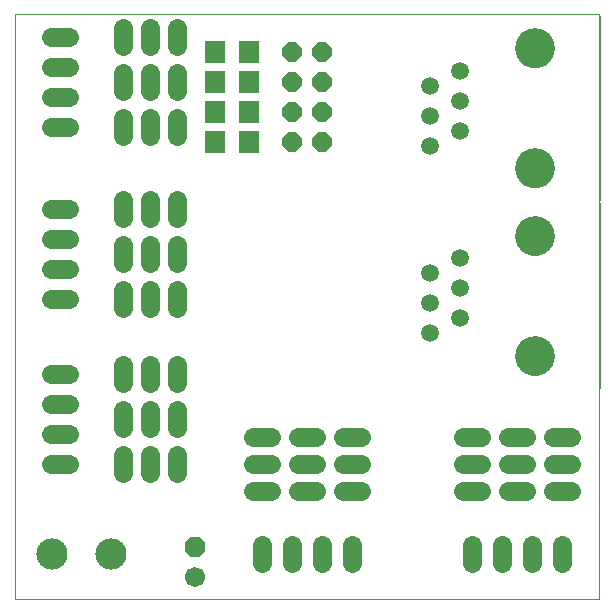
<source format=gbs>
G75*
G70*
%OFA0B0*%
%FSLAX24Y24*%
%IPPOS*%
%LPD*%
%AMOC8*
5,1,8,0,0,1.08239X$1,22.5*
%
%ADD10C,0.0000*%
%ADD11C,0.0640*%
%ADD12OC8,0.0670*%
%ADD13C,0.0670*%
%ADD14R,0.0670X0.0750*%
%ADD15C,0.0004*%
%ADD16C,0.0594*%
%ADD17C,0.1320*%
%ADD18C,0.1040*%
%ADD19OC8,0.0640*%
%ADD20C,0.0634*%
D10*
X000180Y000680D02*
X000180Y020176D01*
X019675Y020176D01*
X019675Y000680D01*
X000180Y000680D01*
X016869Y008805D02*
X016871Y008855D01*
X016877Y008905D01*
X016887Y008954D01*
X016900Y009003D01*
X016918Y009050D01*
X016939Y009096D01*
X016963Y009139D01*
X016991Y009181D01*
X017022Y009221D01*
X017056Y009258D01*
X017093Y009292D01*
X017133Y009323D01*
X017175Y009351D01*
X017218Y009375D01*
X017264Y009396D01*
X017311Y009414D01*
X017360Y009427D01*
X017409Y009437D01*
X017459Y009443D01*
X017509Y009445D01*
X017559Y009443D01*
X017609Y009437D01*
X017658Y009427D01*
X017707Y009414D01*
X017754Y009396D01*
X017800Y009375D01*
X017843Y009351D01*
X017885Y009323D01*
X017925Y009292D01*
X017962Y009258D01*
X017996Y009221D01*
X018027Y009181D01*
X018055Y009139D01*
X018079Y009096D01*
X018100Y009050D01*
X018118Y009003D01*
X018131Y008954D01*
X018141Y008905D01*
X018147Y008855D01*
X018149Y008805D01*
X018147Y008755D01*
X018141Y008705D01*
X018131Y008656D01*
X018118Y008607D01*
X018100Y008560D01*
X018079Y008514D01*
X018055Y008471D01*
X018027Y008429D01*
X017996Y008389D01*
X017962Y008352D01*
X017925Y008318D01*
X017885Y008287D01*
X017843Y008259D01*
X017800Y008235D01*
X017754Y008214D01*
X017707Y008196D01*
X017658Y008183D01*
X017609Y008173D01*
X017559Y008167D01*
X017509Y008165D01*
X017459Y008167D01*
X017409Y008173D01*
X017360Y008183D01*
X017311Y008196D01*
X017264Y008214D01*
X017218Y008235D01*
X017175Y008259D01*
X017133Y008287D01*
X017093Y008318D01*
X017056Y008352D01*
X017022Y008389D01*
X016991Y008429D01*
X016963Y008471D01*
X016939Y008514D01*
X016918Y008560D01*
X016900Y008607D01*
X016887Y008656D01*
X016877Y008705D01*
X016871Y008755D01*
X016869Y008805D01*
X016869Y012805D02*
X016871Y012855D01*
X016877Y012905D01*
X016887Y012954D01*
X016900Y013003D01*
X016918Y013050D01*
X016939Y013096D01*
X016963Y013139D01*
X016991Y013181D01*
X017022Y013221D01*
X017056Y013258D01*
X017093Y013292D01*
X017133Y013323D01*
X017175Y013351D01*
X017218Y013375D01*
X017264Y013396D01*
X017311Y013414D01*
X017360Y013427D01*
X017409Y013437D01*
X017459Y013443D01*
X017509Y013445D01*
X017559Y013443D01*
X017609Y013437D01*
X017658Y013427D01*
X017707Y013414D01*
X017754Y013396D01*
X017800Y013375D01*
X017843Y013351D01*
X017885Y013323D01*
X017925Y013292D01*
X017962Y013258D01*
X017996Y013221D01*
X018027Y013181D01*
X018055Y013139D01*
X018079Y013096D01*
X018100Y013050D01*
X018118Y013003D01*
X018131Y012954D01*
X018141Y012905D01*
X018147Y012855D01*
X018149Y012805D01*
X018147Y012755D01*
X018141Y012705D01*
X018131Y012656D01*
X018118Y012607D01*
X018100Y012560D01*
X018079Y012514D01*
X018055Y012471D01*
X018027Y012429D01*
X017996Y012389D01*
X017962Y012352D01*
X017925Y012318D01*
X017885Y012287D01*
X017843Y012259D01*
X017800Y012235D01*
X017754Y012214D01*
X017707Y012196D01*
X017658Y012183D01*
X017609Y012173D01*
X017559Y012167D01*
X017509Y012165D01*
X017459Y012167D01*
X017409Y012173D01*
X017360Y012183D01*
X017311Y012196D01*
X017264Y012214D01*
X017218Y012235D01*
X017175Y012259D01*
X017133Y012287D01*
X017093Y012318D01*
X017056Y012352D01*
X017022Y012389D01*
X016991Y012429D01*
X016963Y012471D01*
X016939Y012514D01*
X016918Y012560D01*
X016900Y012607D01*
X016887Y012656D01*
X016877Y012705D01*
X016871Y012755D01*
X016869Y012805D01*
X016869Y015055D02*
X016871Y015105D01*
X016877Y015155D01*
X016887Y015204D01*
X016900Y015253D01*
X016918Y015300D01*
X016939Y015346D01*
X016963Y015389D01*
X016991Y015431D01*
X017022Y015471D01*
X017056Y015508D01*
X017093Y015542D01*
X017133Y015573D01*
X017175Y015601D01*
X017218Y015625D01*
X017264Y015646D01*
X017311Y015664D01*
X017360Y015677D01*
X017409Y015687D01*
X017459Y015693D01*
X017509Y015695D01*
X017559Y015693D01*
X017609Y015687D01*
X017658Y015677D01*
X017707Y015664D01*
X017754Y015646D01*
X017800Y015625D01*
X017843Y015601D01*
X017885Y015573D01*
X017925Y015542D01*
X017962Y015508D01*
X017996Y015471D01*
X018027Y015431D01*
X018055Y015389D01*
X018079Y015346D01*
X018100Y015300D01*
X018118Y015253D01*
X018131Y015204D01*
X018141Y015155D01*
X018147Y015105D01*
X018149Y015055D01*
X018147Y015005D01*
X018141Y014955D01*
X018131Y014906D01*
X018118Y014857D01*
X018100Y014810D01*
X018079Y014764D01*
X018055Y014721D01*
X018027Y014679D01*
X017996Y014639D01*
X017962Y014602D01*
X017925Y014568D01*
X017885Y014537D01*
X017843Y014509D01*
X017800Y014485D01*
X017754Y014464D01*
X017707Y014446D01*
X017658Y014433D01*
X017609Y014423D01*
X017559Y014417D01*
X017509Y014415D01*
X017459Y014417D01*
X017409Y014423D01*
X017360Y014433D01*
X017311Y014446D01*
X017264Y014464D01*
X017218Y014485D01*
X017175Y014509D01*
X017133Y014537D01*
X017093Y014568D01*
X017056Y014602D01*
X017022Y014639D01*
X016991Y014679D01*
X016963Y014721D01*
X016939Y014764D01*
X016918Y014810D01*
X016900Y014857D01*
X016887Y014906D01*
X016877Y014955D01*
X016871Y015005D01*
X016869Y015055D01*
X016869Y019055D02*
X016871Y019105D01*
X016877Y019155D01*
X016887Y019204D01*
X016900Y019253D01*
X016918Y019300D01*
X016939Y019346D01*
X016963Y019389D01*
X016991Y019431D01*
X017022Y019471D01*
X017056Y019508D01*
X017093Y019542D01*
X017133Y019573D01*
X017175Y019601D01*
X017218Y019625D01*
X017264Y019646D01*
X017311Y019664D01*
X017360Y019677D01*
X017409Y019687D01*
X017459Y019693D01*
X017509Y019695D01*
X017559Y019693D01*
X017609Y019687D01*
X017658Y019677D01*
X017707Y019664D01*
X017754Y019646D01*
X017800Y019625D01*
X017843Y019601D01*
X017885Y019573D01*
X017925Y019542D01*
X017962Y019508D01*
X017996Y019471D01*
X018027Y019431D01*
X018055Y019389D01*
X018079Y019346D01*
X018100Y019300D01*
X018118Y019253D01*
X018131Y019204D01*
X018141Y019155D01*
X018147Y019105D01*
X018149Y019055D01*
X018147Y019005D01*
X018141Y018955D01*
X018131Y018906D01*
X018118Y018857D01*
X018100Y018810D01*
X018079Y018764D01*
X018055Y018721D01*
X018027Y018679D01*
X017996Y018639D01*
X017962Y018602D01*
X017925Y018568D01*
X017885Y018537D01*
X017843Y018509D01*
X017800Y018485D01*
X017754Y018464D01*
X017707Y018446D01*
X017658Y018433D01*
X017609Y018423D01*
X017559Y018417D01*
X017509Y018415D01*
X017459Y018417D01*
X017409Y018423D01*
X017360Y018433D01*
X017311Y018446D01*
X017264Y018464D01*
X017218Y018485D01*
X017175Y018509D01*
X017133Y018537D01*
X017093Y018568D01*
X017056Y018602D01*
X017022Y018639D01*
X016991Y018679D01*
X016963Y018721D01*
X016939Y018764D01*
X016918Y018810D01*
X016900Y018857D01*
X016887Y018906D01*
X016877Y018955D01*
X016871Y019005D01*
X016869Y019055D01*
D11*
X005580Y019130D02*
X005580Y019730D01*
X004680Y019730D02*
X004680Y019130D01*
X004680Y018230D02*
X004680Y017630D01*
X004680Y016730D02*
X004680Y016130D01*
X003780Y016130D02*
X003780Y016730D01*
X003780Y017630D02*
X003780Y018230D01*
X003780Y019130D02*
X003780Y019730D01*
X005580Y018230D02*
X005580Y017630D01*
X005580Y016730D02*
X005580Y016130D01*
X005580Y013980D02*
X005580Y013380D01*
X005580Y012480D02*
X005580Y011880D01*
X005580Y010980D02*
X005580Y010380D01*
X004680Y010380D02*
X004680Y010980D01*
X004680Y011880D02*
X004680Y012480D01*
X004680Y013380D02*
X004680Y013980D01*
X003780Y013980D02*
X003780Y013380D01*
X003780Y012480D02*
X003780Y011880D01*
X003780Y010980D02*
X003780Y010380D01*
X003780Y008480D02*
X003780Y007880D01*
X004680Y007880D02*
X004680Y008480D01*
X005580Y008480D02*
X005580Y007880D01*
X005580Y006980D02*
X005580Y006380D01*
X005580Y005480D02*
X005580Y004880D01*
X004680Y004880D02*
X004680Y005480D01*
X004680Y006380D02*
X004680Y006980D01*
X003780Y006980D02*
X003780Y006380D01*
X003780Y005480D02*
X003780Y004880D01*
X008130Y005180D02*
X008730Y005180D01*
X008730Y006080D02*
X008130Y006080D01*
X009630Y006080D02*
X010230Y006080D01*
X010230Y005180D02*
X009630Y005180D01*
X009630Y004280D02*
X010230Y004280D01*
X011130Y004280D02*
X011730Y004280D01*
X011730Y005180D02*
X011130Y005180D01*
X011130Y006080D02*
X011730Y006080D01*
X008730Y004280D02*
X008130Y004280D01*
X015130Y004280D02*
X015730Y004280D01*
X015730Y005180D02*
X015130Y005180D01*
X015130Y006080D02*
X015730Y006080D01*
X016630Y006080D02*
X017230Y006080D01*
X017230Y005180D02*
X016630Y005180D01*
X016630Y004280D02*
X017230Y004280D01*
X018130Y004280D02*
X018730Y004280D01*
X018730Y005180D02*
X018130Y005180D01*
X018130Y006080D02*
X018730Y006080D01*
D12*
X006180Y002430D03*
D13*
X006180Y001430D03*
D14*
X006870Y015930D03*
X006870Y016930D03*
X006870Y017930D03*
X006870Y018930D03*
X007990Y018930D03*
X007990Y017930D03*
X007990Y016930D03*
X007990Y015930D03*
D15*
X019678Y013980D02*
X019678Y020130D01*
X019678Y013880D02*
X019678Y007730D01*
D16*
X015009Y010055D03*
X015009Y011055D03*
X015009Y012055D03*
X014009Y011555D03*
X014009Y010555D03*
X014009Y009555D03*
X014009Y015805D03*
X014009Y016805D03*
X014009Y017805D03*
X015009Y017305D03*
X015009Y016305D03*
X015009Y018305D03*
D17*
X017509Y019055D03*
X017509Y015055D03*
X017509Y012805D03*
X017509Y008805D03*
D18*
X003399Y002180D03*
X001430Y002180D03*
D19*
X009430Y015930D03*
X009430Y016930D03*
X009430Y017930D03*
X009430Y018930D03*
X010430Y018930D03*
X010430Y017930D03*
X010430Y016930D03*
X010430Y015930D03*
D20*
X001977Y016430D02*
X001383Y016430D01*
X001383Y017430D02*
X001977Y017430D01*
X001977Y018430D02*
X001383Y018430D01*
X001383Y019430D02*
X001977Y019430D01*
X001977Y013680D02*
X001383Y013680D01*
X001383Y012680D02*
X001977Y012680D01*
X001977Y011680D02*
X001383Y011680D01*
X001383Y010680D02*
X001977Y010680D01*
X001977Y008180D02*
X001383Y008180D01*
X001383Y007180D02*
X001977Y007180D01*
X001977Y006180D02*
X001383Y006180D01*
X001383Y005180D02*
X001977Y005180D01*
X008430Y002477D02*
X008430Y001883D01*
X009430Y001883D02*
X009430Y002477D01*
X010430Y002477D02*
X010430Y001883D01*
X011430Y001883D02*
X011430Y002477D01*
X015430Y002477D02*
X015430Y001883D01*
X016430Y001883D02*
X016430Y002477D01*
X017430Y002477D02*
X017430Y001883D01*
X018430Y001883D02*
X018430Y002477D01*
M02*

</source>
